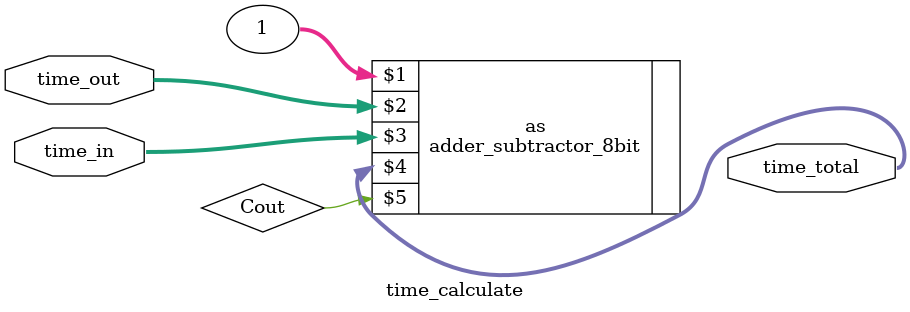
<source format=v>
/*--  *******************************************************
--  Computer Architecture Course, Laboratory Sources 
--  Amirkabir University of Technology (Tehran Polytechnic)
--  Department of Computer Engineering (CE-AUT)
--  https://ce[dot]aut[dot]ac[dot]ir
--  *******************************************************
--  All Rights reserved (C) 2021-2022
--  *******************************************************
--  Student ID  : 
--  Student Name: 
--  Student Mail: 
--  *******************************************************
--  Additional Comments:
--
--*/

/*-----------------------------------------------------------
---  Module Name: time_calculate
-----------------------------------------------------------*/
`timescale 1 ns/1 ns
module time_calculate(
 time_out,
 time_in,
 time_total);
input [7:0] time_out;
input [7:0] time_in;
output [7:0] time_total;
wire Cout;
//time_total=time_out-time_in;
adder_subtractor_8bit as(1,time_out,time_in,time_total,Cout);
endmodule

</source>
